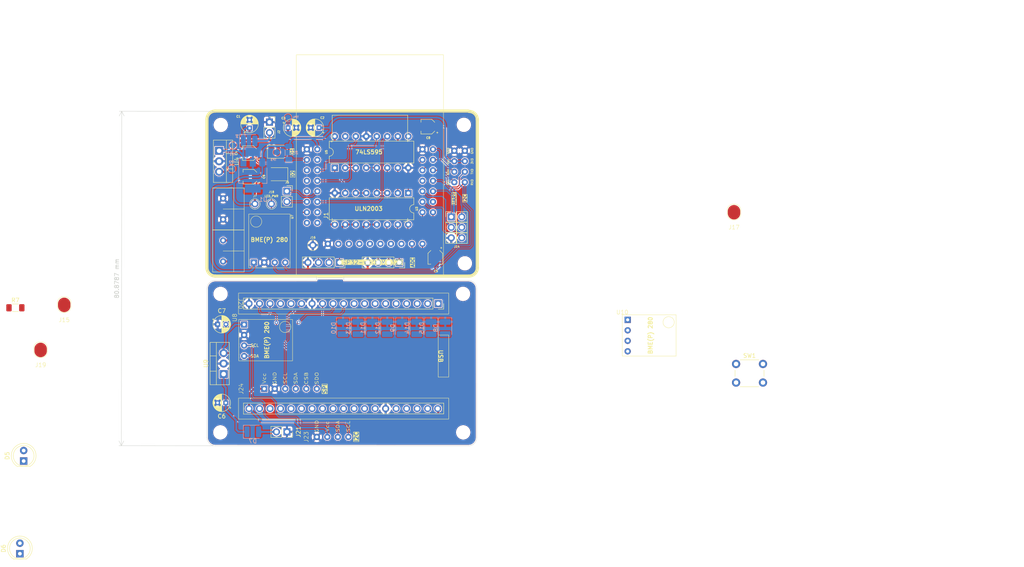
<source format=kicad_pcb>
(kicad_pcb (version 20240108) (generator "pcbnew") (generator_version "8.0")
  (layers (0 "F.Cu" signal) (31 "B.Cu" signal) (34 "B.Paste" user) (35 "F.Paste" user) (36 "B.SilkS" user "B.Silkscreen") (37 "F.SilkS" user "F.Silkscreen") (38 "B.Mask" user) (39 "F.Mask" user) (44 "Edge.Cuts" user))
  (net 0 "")
  (net 1 "GND")
  (net 2 "+3V3")
  (net 3 "+5V")
  (net 4 "/RXD")
  (net 5 "/TXD")
  (net 6 "/SDA")
  (net 7 "/GPIO_33")
  (net 8 "/SCL")
  (net 9 "/OUT3")
  (net 10 "/EN")
  (net 11 "/SOURCE2")
  (net 12 "/SOURCE1")
  (net 13 "/SOURCE3")
  (net 14 "/VDC")
  (net 15 "/DAC1")
  (net 16 "/DAC2")
  (net 17 "/GPIO39")
  (net 18 "/GPIO19")
  (net 19 "/GPIO17")
  (net 20 "/GPIO5")
  (net 21 "/GPIO18")
  (net 22 "/SD_DATA0")
  (net 23 "/ADC2_CH3")
  (net 24 "/SD_DATA3")
  (net 25 "/SD_CMD")
  (net 26 "/SD_CLK")
  (net 27 "/SD_DATA2")
  (net 28 "/SD_DATA1")
  (net 29 "/ADC2_CH0")
  (net 30 "/GPIO23")
  (net 31 "/GPIO36")
  (net 32 "/ADC2_CH2")
  (net 33 "/BOOT")
  (net 34 "/GPIO13")
  (net 35 "/SOURCE4")
  (net 36 "/SOURCE5")
  (net 37 "/SIPO_DATA")
  (net 38 "/SIPO_CLK")
  (net 40 "/SIPO_LATCH")
  (net 41 "/GPIO14")
  (net 43 "/I3")
  (net 44 "/I6")
  (net 45 "/I7")
  (net 46 "/I5")
  (net 47 "/OUT1")
  (net 48 "/VIN")
  (net 49 "/I1")
  (net 52 "Net-(D5-Pad1)")
  (net 53 "Net-(J15-Pin_1)")
  (net 54 "Net-(J19-Pin_1)")
  (net 55 "/OUT2")
  (net 67 "/RX")
  (net 72 "/TX")
  (net 83 "/SCL-2")
  (net 84 "/SDA-2")
  (net 85 "/QB-2")
  (net 86 "/QC-2")
  (net 87 "/QE-2")
  (net 88 "/QA-2")
  (net 89 "/QD-2")
  (net 90 "/QG-2")
  (net 91 "/QH-2")
  (net 92 "/QF-2")
  (net 93 "/SPI-SDO")
  (net 94 "/SPI-CSB")
  (net 95 "/SPI-SCL")
  (net 96 "/SPI-SDA")
  (net 97 "/D23")
  (net 98 "/D18")
  (footprint "Capacitor_THT:CP_Radial_D4.0mm_P2.00mm" (layer "F.Cu") (at 107 44.2 180)
    (property "Reference" "C2")
    (property "Value" "1uF")
  )
  (footprint "LED_SMD:LED_1210_3225Metric_Pad1.42x2.65mm_HandSolder" (layer "F.Cu") (at 97 55.45 180)
    (property "Reference" "D2")
    (property "Value" "STATUS")
  )
  (footprint "Capacitor_SMD:CP_Elec_3x5.3" (layer "F.Cu") (at 90.3 50.35 180)
    (property "Reference" "C4")
    (property "Value" "0.1uF")
  )
  (footprint "Resistor_SMD:R_1206_3216Metric_Pad1.30x1.75mm_HandSolder" (layer "F.Cu") (at 33.612 87.7585)
    (property "Reference" "R7")
    (property "Value" "4K7")
  )
  (footprint "LED_THT:LED_D5.0mm" (layer "F.Cu") (at 34.7 147.25 90)
    (property "Reference" "D6")
    (property "Value" "LED_STATUS")
  )
  (footprint "Button_Switch_THT:SW_PUSH_6mm" (layer "F.Cu") (at 207.8 101.35)
    (property "Reference" "SW1")
    (property "Value" "SW_Push")
  )
  (footprint "Alexander Footprint Library:Pad_1x01_P2.54_SMD" (layer "F.Cu") (at 39.712 102.098)
    (property "Reference" "J19")
    (property "Value" "LED_PWR")
  )
  (footprint "Alexanddr Footprints Library:ESP32-WROOM-Adapter-Socket-2" (layer "F.Cu") (at 119.3 57.04)
    (property "Reference" "J1")
    (property "Value" "~")
  )
  (footprint "Alexander Footprint Library:Pad_1x01_P2.54_SMD" (layer "F.Cu") (at 45.412 91.198)
    (property "Reference" "J15")
    (property "Value" "LED_PWR")
  )
  (footprint "MountingHole:MountingHole_3mm" (layer "F.Cu") (at 142 43.5)
    (property "Reference" "H1" (hide yes))
    (property "Value" "MountingHole_Pad")
  )
  (footprint "Connector_PinSocket_2.54mm:PinSocket_1x02_P2.54mm_Vertical" (layer "F.Cu") (at 99.25 117.775 -90)
    (property "Reference" "J21")
    (property "Value" "PWR")
  )
  (footprint "MountingHole:MountingHole_3mm" (layer "F.Cu") (at 83.25 43.53)
    (property "Reference" "H2" (hide yes))
    (property "Value" "MountingHole_Pad")
  )
  (footprint "Package_DIP:DIP-16_W7.62mm" (layer "F.Cu") (at 128.58 60 -90)
    (property "Reference" "U3")
    (property "Value" "ULN2003")
  )
  (footprint "Alexander Footprints Library:Conn_Terminal_5mm" (layer "F.Cu") (at 83.82 53.69)
    (property "Reference" "J9" (hide yes))
    (property "Value" "Conn_01x02_Socket")
  )
  (footprint "Alexander Footprint Library:Pad_1x01_P2.54_SMD" (layer "F.Cu") (at 207.3 68.7895)
    (property "Reference" "J17")
    (property "Value" "GND")
  )
  (footprint "MountingHole:MountingHole_3mm" (layer "F.Cu") (at 141.85 117.9)
    (property "Reference" "H4" (hide yes))
    (property "Value" "MountingHole_Pad")
  )
  (footprint "Capacitor_THT:CP_Radial_D4.0mm_P2.00mm" (layer "F.Cu") (at 82.5 91.75)
    (property "Reference" "C7")
    (property "Value" "1uF")
  )
  (footprint "Capacitor_SMD:CP_Elec_3x5.3" (layer "F.Cu") (at 90.4 56.05 180)
    (property "Reference" "C9")
    (property "Value" "0.1uF")
  )
  (footprint "Package_DIP:DIP-16_W7.62mm" (layer "F.Cu") (at 110.8 53.9 90)
    (property "Reference" "U5")
    (property "Value" "74LS595")
  )
  (footprint "Alexander Footprint Library:PinSocket_1x01_P2.54" (layer "F.Cu") (at 91.5 65.19)
    (property "Reference" "J7")
    (property "Value" "LED_PWR")
  )
  (footprint "Alexander Footprint Library:Conn_SPI" (layer "F.Cu") (at 88.68 107.35 90)
    (property "Reference" "J24")
    (property "Value" "~")
  )
  (footprint "Connector_PinSocket_2.54mm:PinSocket_1x02_P2.54mm_Vertical" (layer "F.Cu") (at 95.025 42.85)
    (property "Reference" "J2")
    (property "Value" "PWR")
  )
  (footprint "Connector_PinSocket_2.54mm:PinSocket_1x04_P2.54mm_Vertical" (layer "F.Cu") (at 111.94 76.8 -90)
    (property "Reference" "J6")
    (property "Value" "SOURCE")
  )
  (footprint "MountingHole:MountingHole_3mm" (layer "F.Cu") (at 83.15 117.9)
    (property "Reference" "H4" (hide yes))
    (property "Value" "MountingHole_Pad")
  )
  (footprint "Connector_PinSocket_2.54mm:PinSocket_1x04_P2.54mm_Vertical" (layer "F.Cu") (at 126.38 76.8 -90)
    (property "Reference" "J10" (hide yes))
    (property "Value" "ADC")
  )
  (footprint "Capacitor_SMD:CP_Elec_3x5.3" (layer "F.Cu") (at 135.1 75.45 -90)
    (property "Reference" "C5")
    (property "Value" "0.1uF")
  )
  (footprint "MountingHole:MountingHole_3mm" (layer "F.Cu") (at 141.8 84.4)
    (property "Reference" "H4" (hide yes))
    (property "Value" "MountingHole_Pad")
  )
  (footprint "Capacitor_THT:CP_Radial_D4.0mm_P2.00mm" (layer "F.Cu") (at 99.5 44.2)
    (property "Reference" "C3")
    (property "Value" "1uF")
  )
  (footprint "Alexander Footprint Library:Conn_ESP32_WROOM-DevKit-38pins" (layer "F.Cu") (at 87.54 86.75 -90)
    (property "Reference" "J20")
    (property "Value" "~")
  )
  (footprint "Capacitor_SMD:CP_Elec_3x5.3" (layer "F.Cu") (at 133.4 43.95 180)
    (property "Reference" "C8")
    (property "Value" "10uF")
  )
  (footprint "Alexander Footprint Library:LD1117" (layer "F.Cu") (at 83.945 103.79 90)
    (property "Reference" "U9")
    (property "Value" "L7805")
  )
  (footprint "Alexander Footprint Library:PinSocket_1x01_P2.54" (layer "F.Cu") (at 95.5 65.19)
    (property "Reference" "J18")
    (property "Value" "LED_PWR")
  )
  (footprint "Alexander Footprint Library:Conn_I2C" (layer "F.Cu") (at 98.84 119 90)
    (property "Reference" "J23")
    (property "Value" "I2C")
  )
  (footprint "Capacitor_THT:CP_Radial_D4.0mm_P2.00mm" (layer "F.Cu") (at 84.4726 110.75 180)
    (property "Reference" "C6")
    (property "Value" "1uF")
  )
  (footprint "Alexander Footprint Library:BME280_BMP280_I2C" (layer "F.Cu") (at 180.3 89.45)
    (property "Reference" "U10")
    (property "Value" "BME(P)280")
  )
  (footprint "MountingHole:MountingHole_3mm" (layer "F.Cu") (at 83.2 84.4)
    (property "Reference" "H4" (hide yes))
    (property "Value" "MountingHole_Pad")
  )
  (footprint "Connector_PinSocket_2.54mm:PinSocket_1x02_P2.54mm_Vertical" (layer "F.Cu") (at 99.225 59.55)
    (property "Reference" "J5")
    (property "Value" "DAC")
  )
  (footprint "Alexander Footprint Library:CONN_2x3" (layer "F.Cu") (at 138.96 60.68)
    (property "Reference" "J14")
    (property "Value" "GPIO")
  )
  (footprint "Alexander Footprints Library:Conn_UART" (layer "F.Cu") (at 139.7 42.15)
    (property "Reference" "J3" (hide yes))
    (property "Value" "UART")
  )
  (footprint "Alexander Footprint Library:PinSocket_1x01_P2.54" (layer "F.Cu") (at 105.5 75.19)
    (property "Reference" "J16")
    (property "Value" "GND")
  )
  (footprint "Capacitor_THT:CP_Radial_D4.0mm_P2.00mm" (layer "F.Cu") (at 90.2 44.3 90)
    (property "Reference" "C1")
    (property "Value" "1uF")
  )
  (footprint "Alexander Footprint Library:BME280_BMP280_I2C" (layer "F.Cu") (at 90 78.1 90)
    (property "Reference" "U7")
    (property "Value" "BME(P)280")
  )
  (footprint "Alexander Footprint Library:LD1117" (layer "F.Cu") (at 82.855 49.77 -90)
    (property "Reference" "U4")
    (property "Value" "L7805")
  )
  (footprint "Alexander Footprints Library:Conn_I2C" (layer "F.Cu") (at 142.24 42.15)
    (property "Reference" "J4" (hide yes))
    (property "Value" "I2C")
  )
  (footprint "LED_THT:LED_D5.0mm" (layer "F.Cu") (at 35.612 124.8335 90)
    (property "Reference" "D5")
    (property "Value" "LED_PWR")
  )
  (footprint "Alexander Footprint Library:BME280_BMP280_I2C" (layer "F.Cu") (at 87.6 90.59)
    (property "Reference" "U8")
    (property "Value" "BME(P)280")
  )
  (footprint "LED_SMD:LED_1210_3225Metric_Pad1.42x2.65mm_HandSolder" (layer "F.Cu") (at 97 50)
    (property "Reference" "D1")
    (property "Value" "PWR")
  )
  (footprint "MountingHole:MountingHole_3mm" (layer "F.Cu") (at 142.25 77)
    (property "Reference" "H4" (hide yes))
    (property "Value" "MountingHole_Pad")
  )
  (footprint "Alexander Footprints Library:Conn_Terminal_5mm" (layer "F.Cu") (at 83.82 63.85)
    (property "Reference" "J8" (hide yes))
    (property "Value" "Conn_01x02_Socket")
  )
  (footprint "TestPoint:TestPoint_Pad_D1.5mm" (layer "B.Cu") (at 99.5 41.75 180)
    (property "Reference" "TP4")
    (property "Value" "5V")
  )
  (footprint "LED_SMD:LED_1210_3225Metric_Pad1.42x2.65mm_HandSolder" (layer "B.Cu") (at 127.1 92.65 -90)
    (property "Reference" "D9")
    (property "Value" "PWR")
  )
  (footprint "TestPoint:TestPoint_Pad_D1.5mm" (layer "B.Cu") (at 96.8 50.15 180)
    (property "Reference" "TP3")
    (property "Value" "3V3")
  )
  (footprint "LED_SMD:LED_1210_3225Metric_Pad1.42x2.65mm_HandSolder" (layer "B.Cu") (at 119.9 92.65 -90)
    (property "Reference" "D11")
    (property "Value" "PWR")
  )
  (footprint "Diode_SMD:D_1210_3225Metric" (layer "B.Cu") (at 91 117.75)
    (property "Reference" "D7")
    (property "Value" "D")
  )
  (footprint "LED_SMD:LED_1210_3225Metric_Pad1.42x2.65mm_HandSolder" (layer "B.Cu") (at 134.1 92.65 -90)
    (property "Reference" "D15")
    (property "Value" "PWR")
  )
  (footprint "Resistor_SMD:R_1206_3216Metric_Pad1.30x1.75mm_HandSolder" (layer "B.Cu") (at 99.7 50.25 -90)
    (property "Reference" "R1")
    (property "Value" "10K")
  )
  (footprint "Diode_SMD:D_1210_3225Metric" (layer "B.Cu") (at 90.1 47.4)
    (property "Reference" "D4")
    (property "Value" "D")
  )
  (footprint "LED_SMD:LED_1210_3225Metric_Pad1.42x2.65mm_HandSolder" (layer "B.Cu") (at 130.6 92.65 -90)
    (property "Reference" "D14")
    (property "Value" "PWR")
  )
  (footprint "TestPoint:TestPoint_Pad_D1.5mm" (layer "B.Cu") (at 86.2 48.45 180)
    (property "Reference" "TP1")
    (property "Value" "VIN")
  )
  (footprint "LED_SMD:LED_1210_3225Metric_Pad1.42x2.65mm_HandSolder" (layer "B.Cu") (at 123.5 92.65 -90)
    (property "Reference" "D12")
    (property "Value" "PWR")
  )
  (footprint "TestPoint:TestPoint_Pad_D1.5mm" (layer "B.Cu") (at 85.9 54.15 180)
    (property "Reference" "TP2")
    (property "Value" "GND")
  )
  (footprint "LED_SMD:LED_1210_3225Metric_Pad1.42x2.65mm_HandSolder" (layer "B.Cu") (at 116.4 92.65 -90)
    (property "Reference" "D13")
    (property "Value" "PWR")
  )
  (footprint "LED_SMD:LED_1210_3225Metric_Pad1.42x2.65mm_HandSolder" (layer "B.Cu") (at 112.8 92.65 -90)
    (property "Reference" "D10")
    (property "Value" "PWR")
  )
  (footprint "Package_TO_SOT_SMD:SOT-223-3_TabPin2" (layer "B.Cu") (at 91 55.75 -90)
    (property "Reference" "U1")
    (property "Value" "MAX1726EUK33")
  )
  (footprint "LED_SMD:LED_1210_3225Metric_Pad1.42x2.65mm_HandSolder" (layer "B.Cu") (at 137.5 92.65 -90)
    (property "Reference" "D8")
    (property "Value" "PWR")
  )
  (gr_line (start 145.25 42.11421) (end 145.25 78.085782) (stroke (width 0.75)) (layer "F.SilkS"))
  (gr_line (start 81.914218 40.164218) (end 143.08579 40.164218) (stroke (width 0.75)) (layer "F.SilkS"))
  (gr_arc (start 145.25 78.085782) (mid 144.66422 79.500007) (end 143.25 80.085782) (stroke (width 0.75)) (layer "F.SilkS"))
  (gr_line (start 79.914218 42.11421) (end 79.914218 78.085782) (stroke (width 0.75)) (layer "F.SilkS"))
  (gr_arc (start 81.914218 80.085782) (mid 80.499999 79.500001) (end 79.914218 78.085782) (stroke (width 0.75)) (layer "F.SilkS"))
  (gr_arc (start 143.25 40.25) (mid 144.664214 40.835786) (end 145.25 42.25) (stroke (width 0.75)) (layer "F.SilkS"))
  (gr_arc (start 79.914218 42.164218) (mid 80.499999 40.749999) (end 81.914218 40.164218) (stroke (width 0.75)) (layer "F.SilkS"))
  (gr_line (start 81.914214 80.085782) (end 143.085786 80.085782) (stroke (width 0.75)) (layer "F.SilkS"))
  (gr_line (start 82.014214 80.235786) (end 106.4 80.25) (stroke (width 0.1)) (layer "Edge.Cuts"))
  (gr_line (start 80 42.25) (end 80.014214 78.235786) (stroke (width 0.1)) (layer "Edge.Cuts"))
  (gr_arc (start 79.921321 83.157107) (mid 80.507106 81.742896) (end 81.921321 81.157107) (stroke (width 0.1)) (layer "Edge.Cuts"))
  (gr_line (start 81.921321 121.128679) (end 143.107107 121.142893) (stroke (width 0.1)) (layer "Edge.Cuts"))
  (gr_arc (start 81.921321 121.128679) (mid 80.507101 120.542899) (end 79.921321 119.128679) (stroke (width 0.1)) (layer "Edge.Cuts"))
  (gr_line (start 143.092893 81.157107) (end 113 81.15) (stroke (width 0.1)) (layer "Edge.Cuts"))
  (gr_arc (start 145.107107 119.142893) (mid 144.521321 120.557107) (end 143.107107 121.142893) (stroke (width 0.1)) (layer "Edge.Cuts"))
  (gr_line (start 106.4 81.15) (end 81.921321 81.157107) (stroke (width 0.1)) (layer "Edge.Cuts"))
  (gr_arc (start 143.185786 40.264214) (mid 144.600004 40.849996) (end 145.185786 42.264214) (stroke (width 0.1)) (layer "Edge.Cuts"))
  (gr_line (start 113 80.25) (end 143.185786 80.235786) (stroke (width 0.1)) (layer "Edge.Cuts"))
  (gr_arc (start 82.014214 80.235786) (mid 80.599996 79.650004) (end 80.014214 78.235786) (stroke (width 0.1)) (layer "Edge.Cuts"))
  (gr_line (start 145.185786 42.264214) (end 145.185786 78.235786) (stroke (width 0.1)) (layer "Edge.Cuts"))
  (gr_arc (start 80 42.25) (mid 80.585786 40.835786) (end 82 40.25) (stroke (width 0.1)) (layer "Edge.Cuts"))
  (gr_line (start 145.107107 119.142893) (end 145.092893 83.157107) (stroke (width 0.1)) (layer "Edge.Cuts"))
  (gr_line (start 79.921321 119.128679) (end 79.921321 83.157107) (stroke (width 0.1)) (layer "Edge.Cuts"))
  (gr_line (start 106.4 81.15) (end 106.4 80.25) (stroke (width 0.1)) (layer "Edge.Cuts"))
  (gr_arc (start 145.185786 78.235786) (mid 144.600004 79.650004) (end 143.185786 80.235786) (stroke (width 0.1)) (layer "Edge.Cuts"))
  (gr_arc (start 143.092893 81.157107) (mid 144.507112 81.742888) (end 145.092893 83.157107) (stroke (width 0.1)) (layer "Edge.Cuts"))
  (gr_line (start 113 81.15) (end 113 80.25) (stroke (width 0.1)) (layer "Edge.Cuts"))
  (gr_line (start 143.185786 40.264214) (end 82 40.25) (stroke (width 0.1)) (layer "Edge.Cuts"))
  (gr_text "SCL" (at 90.4 96.85 0) (layer "F.SilkS") (effects (font (size 0.7 0.7) (thickness 0.125) (bold yes)) (justify left)))
  (gr_text "ADC" (at 130.1 78.05 90) (layer "F.SilkS" knockout) (effects (font (size 0.8 0.8) (thickness 0.2) (bold yes)) (justify left bottom)))
  (gr_text "SDA" (at 90.4 99.45 0) (layer "F.SilkS") (effects (font (size 0.7 0.7) (thickness 0.125) (bold yes)) (justify left)))
  (gr_text "74LS595" (at 119.057143 50.1 0) (layer "F.SilkS") (effects (font (size 1 1) (thickness 0.2) (bold yes))))
  (gr_text "ULN2003" (at 115.5 64.374 0) (layer "F.SilkS") (effects (font (size 1 1) (thickness 0.2) (bold yes)) (justify left bottom)))
  (dimension (type aligned) (layer "Edge.Cuts") (pts (xy 81.921321 121.128679) (xy 82 40.25)) (height -22.6907) (gr_text "80.8787 mm" (at 58.119973 80.666146 89.94426182) (layer "Edge.Cuts") (effects (font (size 1 1) (thickness 0.15)))) (format (prefix "") (suffix "") (units 3) (units_format 1) (precision 4)) (style (thickness 0.1) (arrow_length 1.27) (text_position_mode 0) (extension_height 0.58642) (extension_offset 0.5) keep_text_aligned))
  (segment (start 84.21 66) (end 83.82 66.39) (width 0.5) (layer "F.Cu") (net 1))
  (segment (start 91.5 59.65) (end 91.9 59.25) (width 0.5) (layer "F.Cu") (net 2))
  (segment (start 90.08 108.57) (end 90.08 112.15) (width 0.5) (layer "F.Cu") (net 2))
  (segment (start 139.7 52.31) (end 138.56 52.31) (width 0.25) (layer "F.Cu") (net 2))
  (segment (start 91.3 107.35) (end 90.08 108.57) (width 0.5) (layer "F.Cu") (net 2))
  (segment (start 91.9 59.25) (end 91.9 56.05) (width 0.5) (layer "F.Cu") (net 2))
  (segment (start 137.2 43.95) (end 134.9 43.95) (width 0.25) (layer "F.Cu") (net 2))
  (segment (start 138.56 52.31) (end 137.6 51.35) (width 0.25) (layer "F.Cu") (net 2))
  (segment (start 93.76 107.35) (end 91.3 107.35) (width 0.5) (layer "F.Cu") (net 2))
  (segment (start 91.5 62.62) (end 91.5 59.65) (width 0.5) (layer "F.Cu") (net 2))
  (segment (start 137.6 51.35) (end 137.6 44.35) (width 0.25) (layer "F.Cu") (net 2))
  (segment (start 137.6 44.35) (end 137.2 43.95) (width 0.25) (layer "F.Cu") (net 2))
  (segment (start 96.075 48.7) (end 97.525 48.7) (width 0.5) (layer "B.Cu") (net 2))
  (segment (start 109.408578 44.2) (end 107 44.2) (width 0.5) (layer "B.Cu") (net 2))
  (segment (start 93.21 115.25) (end 101 115.25) (width 0.5) (layer "B.Cu") (net 2))
  (segment (start 81.3 75.997918) (end 81.3 59.75104) (width 0.5) (layer "B.Cu") (net 2))
  (segment (start 93.3 54.905025) (end 93.3 52.6) (width 0.5) (layer "B.Cu") (net 2))
  (segment (start 100 48.7) (end 100 48.03033) (width 0.5) (layer "B.Cu") (net 2))
  (segment (start 139.13 52.31) (end 139.7 52.31) (width 0.5) (layer "B.Cu") (net 2))
  (segment (start 138.156949 51.906949) (end 138.03 51.78) (width 0.5) (layer "B.Cu") (net 2))
  (segment (start 109 117.5) (end 109 119) (width 0.5) (layer "B.Cu") (net 2))
  (segment (start 106.6 48.627817) (end 106.6 49.299791) (width 0.5) (layer "B.Cu") (net 2))
  (segment (start 84.202081 78.9) (end 89.990883 78.9) (width 0.5) (layer "B.Cu") (net 2))
  (segment (start 109.75 45) (end 109.75 44.141421) (width 0.5) (layer "B.Cu") (net 2))
  (segment (start 109.75 43.858578) (end 109.75 44.141421) (width 0.5) (layer "B.Cu") (net 2))
  (segment (start 104.722182 46.75) (end 106.277817 46.75) (width 0.5) (layer "B.Cu") (net 2))
  (segment (start 139.7 52.31) (end 142.24 52.31) (width 0.5) (layer "B.Cu") (net 2))
  (segment (start 137.5 50.500466) (end 137.5 43.883883) (width 0.5) (layer "B.Cu") (net 2))
  (segment (start 88.207106 62.75) (end 91.5 62.75) (width 0.5) (layer "B.Cu") (net 2))
  (segment (start 86.5 61.042893) (end 86.5 57.5) (width 0.5) (layer "B.Cu") (net 2))
  (segment (start 106.277817 46.75) (end 108 46.75) (width 0.5) (layer "B.Cu") (net 2))
  (segment (start 101 115.25) (end 102.5 116.75) (width 0.5) (layer "B.Cu") (net 2))
  (segment (start 91.22 77.670883) (end 91.22 76.8) (width 0.5) (layer "B.Cu") (net 2))
  (segment (start 89.455634 56.1) (end 92.105025 56.1) (width 0.5) (layer "B.Cu") (net 2))
  (segment (start 96.075 48.7) (end 95.177817 48.7) (width 0.5) (layer "B.Cu") (net 2))
  (segment (start 90.11 112.15) (end 93.21 115.25) (width 0.5) (layer "B.Cu") (net 2))
  (segment (start 108.25 116.75) (end 109 117.5) (width 0.5) (layer "B.Cu") (net 2))
  (segment (start 104.722182 46.75) (end 101.28033 46.75) (width 0.5) (layer "B.Cu") (net 2))
  (segment (start 108 46.75) (end 109.75 45) (width 0.5) (layer "B.Cu") (net 2))
  (segment (start 96.8 49.425) (end 96.8 50.15) (width 0.25) (layer "B.Cu") (net 2))
  (segment (start 109.75 43.625) (end 109.75 43.858578) (width 0.5) (layer "B.Cu") (net 2))
  (segment (start 110.015165 42.984834) (end 110.5 42.5) (width 0.5) (layer "B.Cu") (net 2))
  (segment (start 93.3 52.6) (end 93.3 50.577817) (width 0.5) (layer "B.Cu") (net 2))
  (segment (start 82.75104 58.3) (end 84.144365 58.3) (width 0.5) (layer "B.Cu") (net 2))
  (segment (start 106.685 49.335) (end 106.77 49.25) (width 0.5) (layer "B.Cu") (net 2))
  (segment (start 102.5 116.75) (end 108.25 116.75) (width 0.5) (layer "B.Cu") (net 2))
  (segment (start 112.31066 41.75) (end 135.366116 41.75) (width 0.5) (layer "B.Cu") (net 2))
  (segment (start 100 48.7) (end 97.525 48.7) (width 0.5) (layer "B.Cu") (net 2))
  (arc (start 136.875 42.375) (mid 137.337567 43.067281) (end 137.5 43.883883) (width 0.5) (layer "B.Cu") (net 2))
  (arc (start 137.5 50.500466) (mid 137.637742 51.192944) (end 138.03 51.78) (width 0.5) (layer "B.Cu") (net 2))
  (arc (start 93.3 54.905025) (mid 93.209037 55.362322) (end 92.95 55.75) (width 0.5) (layer "B.Cu") (net 2))
  (arc (start 86.8 57.2) (mid 85.581584 58.014119) (end 84.144365 58.3) (width 0.5) (layer "B.Cu") (net 2))
  (arc (start 106.6 49.299791) (mid 106.630737 49.345793) (end 106.685 49.335) (width 0.5) (layer "B.Cu") (net 2))
  (arc (start 89.455634 56.1) (mid 88.018415 56.38588) (end 86.8 57.2) (width 0.5) (layer "B.Cu") (net 2))
  (arc (start 86.5 61.042893) (mid 86.629945 61.696174) (end 87 62.25) (width 0.5) (layer "B.Cu") (net 2))
  (arc (start 82.75104 58.3) (mid 82.195751 58.410453) (end 81.725 58.725) (width 0.5) (layer "B.Cu") (net 2))
  (arc (start 92.95 55.75) (mid 92.562322 56.009037) (end 92.105025 56.1) (width 0.5) (layer "B.Cu") (net 2))
  (arc (start 95.177817 48.7) (mid 94.459207 48.84294) (end 93.85 49.25) (width 0.5) (layer "B.Cu") (net 2))
  (arc (start 96.8 49.425) (mid 96.587652 48.912347) (end 96.075 48.7) (width 0.25) (layer "B.Cu") (net 2))
  (arc (start 82.15 78.05) (mid 83.091502 78.679092) (end 84.202081 78.9) (width 0.5) (layer "B.Cu") (net 2))
  (arc (start 110.015165 42.984834) (mid 109.818914 43.278544) (end 109.75 43.625) (width 0.5) (layer "B.Cu") (net 2))
  (arc (start 109.75 44.141421) (mid 109.713838 44.087301) (end 109.65 44.1) (width 0.5) (layer "B.Cu") (net 2))
  (arc (start 136.875 42.375) (mid 136.182718 41.912432) (end 135.366116 41.75) (width 0.5) (layer "B.Cu") (net 2))
  (arc (start 93.85 49.25) (mid 93.44294 49.859207) (end 93.3 50.577817) (width 0.5) (layer "B.Cu") (net 2))
  (arc (start 90.86 78.54) (mid 90.461245 78.806439) (end 89.990883 78.9) (width 0.5) (layer "B.Cu") (net 2))
  (arc (start 109.65 44.1) (mid 109.539234 44.17401) (end 109.408578 44.2) (width 0.5) (layer "B.Cu") (net 2))
  (arc (start 87 62.25) (mid 87.553825 62.620054) (end 88.207106 62.75) (width 0.5) (layer "B.Cu") (net 2))
  (arc (start 81.725 58.725) (mid 81.410453 59.195751) (end 81.3 59.75104) (width 0.5) (layer "B.Cu") (net 2))
  (arc (start 106.05 47.3) (mid 105.440792 46.89294) (end 104.722182 46.75) (width 0.5) (layer "B.Cu") (net 2))
  (arc (start 138.156949 51.906949) (mid 138.603388 52.20525) (end 139.13 52.31) (width 0.5) (layer "B.Cu") (net 2))
  (arc (start 101.28033 46.75) (mid 100.790368 46.847459) (end 100.375 47.125) (width 0.5) (layer "B.Cu") (net 2))
  (arc (start 106.05 47.3) (mid 106.457059 47.909207) (end 106.6 48.627817) (width 0.5) (layer "B.Cu") (net 2))
  (arc (start 106.277817 46.75) (mid 105.980159 46.948888) (end 106.05 47.3) (width 0.5) (layer "B.Cu") (net 2))
  (arc (start 91.22 77.670883) (mid 91.126439 78.141245) (end 90.86 78.54) (width 0.5) (layer "B.Cu") (net 2))
  (arc (start 109.65 44.1) (mid 109.72401 43.989234) (end 109.75 43.858578) (width 0.5) (layer "B.Cu") (net 2))
  (arc (start 112.31066 41.75) (mid 111.330737 41.944918) (end 110.5 42.5) (width 0.5) (layer "B.Cu") (net 2))
  (arc (start 100.375 47.125) (mid 100.097459 47.540368) (end 100 48.03033) (width 0.5) (layer "B.Cu") (net 2))
  (arc (start 81.3 75.997918) (mid 81.520907 77.108496) (end 82.15 78.05) (width 0.5) (layer "B.Cu") (net 2))
  (segment (start 99.5 45.693413) (end 99.5 44.2) (width 0.5) (layer "F.Cu") (net 3))
  (segment (start 87.75 115.25) (end 135.25 115.25) (width 0.5) (layer "F.Cu") (net 3))
  (segment (start 98.6375 46.9625) (end 99.2125 46.3875) (width 0.5) (layer "F.Cu") (net 3))
  (segment (start 83.945 98.71) (end 86.21 98.71) (width 0.5) (layer "F.Cu") (net 3))
  (segment (start 86.75 99.25) (end 86.75 100) (width 0.5) (layer "F.Cu") (net 3))
  (segment (start 126.04 46.28) (end 126.04 48.251906) (width 0.5) (layer "F.Cu") (net 3))
  (segment (start 108.3 49.803553) (end 108.3 65.537329) (width 0.5) (layer "F.Cu") (net 3))
  (segment (start 108.3 49.803553) (end 108.3 49.096446) (width 0.5) (layer "F.Cu") (net 3))
  (segment (start 135.81 114.69) (end 135.81 112.15) (width 0.5) (layer "F.Cu") (net 3))
  (segment (start 110.8 46.28) (end 110.8 48.15) (width 0.5) (layer "F.Cu") (net 3))
  (segment (start 86.75 114.25) (end 87.75 115.25) (width 0.5) (layer "F.Cu") (net 3))
  (segment (start 86.75 100) (end 86.75 114.25) (width 0.5) (layer "F.Cu") (net 3))
  (segment (start 110.8 48.15) (end 110 48.95) (width 0.5) (layer "F.Cu") (net 3))
  (segment (start 88.1 47.25) (end 97.943413 47.25) (width 0.5) (layer "F.Cu") (net 3))
  (segment (start 84.9 54.85) (end 85.4 54.35) (width 0.5) (layer "F.Cu") (net 3))
  (segment (start 126.04 48.251906) (end 125.341906 48.95) (width 0.5) (layer "F.Cu") (net 3))
  (segment (start 85.4 54.35) (end 85.4 49.95) (width 0.5) (layer "F.Cu") (net 3))
  (segment (start 107.608621 46.675) (end 99.331586 46.675) (width 0.5) (layer "F.Cu") (net 3))
  (segment (start 110 48.95) (end 109.153553 48.95) (width 0.5) (layer "F.Cu") (net 3))
  (segment (start 86.21 98.71) (end 86.75 99.25) (width 0.5) (layer "F.Cu") (net 3))
  (segment (start 108.3 49.096446) (end 108.3 47.366378) (width 0.5) (layer "F.Cu") (net 3))
  (segment (start 109.104574 67.204574) (end 108.91 67.01) (width 0.5) (layer "F.Cu") (net 3))
  (segment (start 110.8 46.355) (end 110.725 46.28) (width 0.5) (layer "F.Cu") (net 3))
  (segment (start 135.25 115.25) (end 135.81 114.69) (width 0.5) (layer "F.Cu") (net 3))
  (segment (start 110.1075 67.62) (end 110.695 67.62) (width 0.5) (layer "F.Cu") (net 3))
  (segment (start 82.855 54.85) (end 84.9 54.85) (width 0.5) (layer "F.Cu") (net 3))
  (segment (start 85.4 49.95) (end 88.1 47.25) (width 0.5) (layer "F.Cu") (net 3))
  (segment (start 125.341906 48.95) (end 110 48.95) (width 0.5) (layer "F.Cu") (net 3))
  (arc (start 108.0975 46.8775) (mid 108.247371 47.101799) (end 108.3 47.366378) (width 0.5) (layer "F.Cu") (net 3))
  (arc (start 108.3 65.537329) (mid 108.458533 66.334332) (end 108.91 67.01) (width 0.5) (layer "F.Cu") (net 3))
  (arc (start 97.943413 47.25) (mid 98.31905 47.175281) (end 98.6375 46.9625) (width 0.5) (layer "F.Cu") (net 3))
  (arc (start 99.2125 46.3875) (mid 99.175992 46.571035) (end 99.331586 46.675) (width 0.5) (layer "F.Cu") (net 3))
  (arc (start 108.0975 46.8775) (mid 107.8732 46.727628) (end 107.608621 46.675) (width 0.5) (layer "F.Cu") (net 3))
  (arc (start 109.104574 67.204574) (mid 109.56472 67.512034) (end 110.1075 67.62) (width 0.5) (layer "F.Cu") (net 3))
  (arc (start 108.55 49.2) (mid 108.364972 49.476912) (end 108.3 49.803553) (width 0.5) (layer "F.Cu") (net 3))
  (arc (start 108.3 49.096446) (mid 108.390403 49.231745) (end 108.55 49.2) (width 0.5) (layer "F.Cu") (net 3))
  (arc (start 99.331586 46.675) (mid 98.955949 46.749718) (end 98.6375 46.9625) (width 0.5) (layer "F.Cu") (net 3))
  (arc (start 109.153553 48.95) (mid 108.826912 49.014972) (end 108.55 49.2) (width 0.5) (layer "F.Cu") (net 3))
  (arc (start 99.5 45.693413) (mid 99.425281 46.06905) (end 99.2125 46.3875) (width 0.5) (layer "F.Cu") (net 3))
  (segment (start 83.945 97.305) (end 84.5 96.75) (width 0.5) (layer "B.Cu") (net 3))
  (segment (start 84.5 94.05) (end 84.5 91.75) (width 0.5) (layer "B.Cu") (net 3))
  (segment (start 88.9 91.81) (end 86.74 91.81) (width 0.5) (layer "B.Cu") (net 3))
  (segment (start 83.945 98.71) (end 83.945 97.305) (width 0.5) (layer "B.Cu") (net 3))
  (segment (start 86.74 91.81) (end 84.5 94.05) (width 0.5) (layer "B.Cu") (net 3))
  (segment (start 84.5 96.75) (end 84.5 94.05) (width 0.5) (layer "B.Cu") (net 3))
  (segment (start 99.5 42.25) (end 99.5 44.2) (width 0.25) (layer "B.Cu") (net 3))
  (segment (start 139.7 57.35) (end 139.7 57.39) (width 0.25) (layer "F.Cu") (net 4))
  (segment (start 133.25 53.25) (end 135.6 53.25) (width 0.25) (layer "F.Cu") (net 4))
  (segment (start 135.6 53.25) (end 139.7 57.35) (width 0.25) (layer "F.Cu") (net 4))
  (segment (start 132 54.5) (end 133.25 53.25) (width 0.25) (layer "F.Cu") (net 4))
  (segment (start 140.3 57.45) (end 139.3 57.45) (width 0.25) (layer "F.Cu") (net 4))
  (segment (start 136.61 51.96) (end 134.54 51.96) (width 0.25) (layer "F.Cu") (net 5))
  (segment (start 134.74 51.79) (end 134.62 51.91) (width 0.25) (layer "F.Cu") (net 5))
  (segment (start 139.5 54.85) (end 136.61 51.96) (width 0.25) (layer "F.Cu") (net 5))
  (segment (start 139.7 54.85) (end 139.5 54.85) (width 0.25) (layer "F.Cu") (net 5))
  (segment (start 138.59 58.55) (end 140.4 58.55) (width 0.25) (layer "F.Cu") (net 6))
  (segment (start 136.213604 54.5) (end 138 56.286396) (width 0.25) (layer "F.Cu") (net 6))
  (segment (start 138 57.96) (end 138.59 58.55) (width 0.25) (layer "F.Cu") (net 6))
  (segment (start 140.9 56.19) (end 142.24 54.85) (width 0.25) (layer "F.Cu") (net 6))
  (segment (start 140.9 58.05) (end 140.9 56.19) (width 0.25) (layer "F.Cu") (net 6))
  (segment (start 134.54 54.5) (end 136.213604 54.5) (width 0.25) (layer "F.Cu") (net 6))
  (segment (start 138 56.286396) (end 138 57.96) (width 0.25) (layer "F.Cu") (net 6))
  (segment (start 142.24 54.85) (end 142.24 55.51) (width 0.25) (layer "F.Cu") (net 6))
  (segment (start 140.4 58.55) (end 140.9 58.05) (width 0.25) (layer "F.Cu") (net 6))
  (segment (start 141.79 58.74) (end 141 57.95) (width 0.25) (layer "B.Cu") (net 6))
  (segment (start 140.418198 72.781802) (end 143.281802 72.781802) (width 0.25) (layer "B.Cu") (net 6))
  (segment (start 98.84 76.8) (end 98.84 78.09) (width 0.25) (layer "B.Cu") (net 6))
  (segment (start 143.55 64.45) (end 141.79 62.69) (width 0.25) (layer "B.Cu") (net 6))
  (segment (start 134.55 78.65) (end 140.418198 72.781802) (width 0.25) (layer "B.Cu") (net 6))
  (segment (start 141.79 62.69) (end 141.79 58.74) (width 0.25) (layer "B.Cu") (net 6))
  (segment (start 141 56.09) (end 142.24 54.85) (width 0.25) (layer "B.Cu") (net 6))
  (segment (start 98.84 78.09) (end 99.4 78.65) (width 0.25) (layer "B.Cu") (net 6))
  (segment (start 99.4 78.65) (end 134.55 78.65) (width 0.25) (layer "B.Cu") (net 6))
  (segment (start 143.281802 72.781802) (end 143.55 72.513604) (width 0.25) (layer "B.Cu") (net 6))
  (segment (start 143.55 72.513604) (end 143.55 64.45) (width 0.25) (layer "B.Cu") (net 6))
  (segment (start 141 57.95) (end 141 56.09) (width 0.25) (layer "B.Cu") (net 6))
  (segment (start 103.97 59.53) (end 104.14 59.53) (width 0.25) (layer "F.Cu") (net 7))
  (segment (start 137.55 58.146396) (end 138.403604 59) (width 0.25) (layer "F.Cu") (net 8))
  (segment (start 131.5 55.75) (end 136.75 55.75) (width 0.25) (layer "F.Cu") (net 8))
  (segment (start 140.63 59) (end 142.24 57.39) (width 0.25) (layer "F.Cu") (net 8))
  (segment (start 136.75 55.75) (end 137.55 56.55) (width 0.25) (layer "F.Cu") (net 8))
  (segment (start 137.55 56.55) (end 137.55 58.146396) (width 0.25) (layer "F.Cu") (net 8))
  (segment (start 130.745 54.995) (end 131.5 55.75) (width 0.25) (layer "F.Cu") (net 8))
  (segment (start 130.745 53.245) (end 130.745 54.995) (width 0.25) (layer "F.Cu") (net 8))
  (segment (start 132.08 51.91) (end 130.745 53.245) (width 0.25) (layer "F.Cu") (net 8))
  (segment (start 138.403604 59) (end 140.63 59) (width 0.25) (layer "F.Cu") (net 8))
  (segment (start 143.4 73.3) (end 144 72.7) (width 0.25) (layer "B.Cu") (net 8))
  (segment (start 96.95 79.1) (end 134.8 79.1) (width 0.25) (layer "B.Cu") (net 8))
  (segment (start 96.3 76.8) (end 96.3 78.45) (width 0.25) (layer "B.Cu") (net 8))
  (segment (start 144 72.7) (end 144 64.263604) (width 0.25) (layer "B.Cu") (net 8))
  (segment (start 142.24 62.503604) (end 142.24 57.39) (width 0.25) (layer "B.Cu") (net 8))
  (segment (start 96.3 78.45) (end 96.95 79.1) (width 0.25) (layer "B.Cu") (net 8))
  (segment (start 134.8 79.1) (end 140.6 73.3) (width 0.25) (layer "B.Cu") (net 8))
  (segment (start 144 64.263604) (end 142.24 62.503604) (width 0.25) (layer "B.Cu") (net 8))
  (segment (start 140.6 73.3) (end 143.4 73.3) (width 0.25) (layer "B.Cu") (net 8))
  (segment (start 103.27 52.75) (end 104.06 51.96) (width 0.25) (layer "F.Cu") (net 10))
  (segment (start 91.8 52.25) (end 92.3 52.75) (width 0.25) (layer "F.Cu") (net 10))
  (segment (start 92.3 52.75) (end 103.27 52.75) (width 0.25) (layer "F.Cu") (net 10))
  (segment (start 103.72 52.3) (end 104.06 51.96) (width 0.25) (layer "F.Cu") (net 10))
  (segment (start 91.8 50.35) (end 91.8 52.25) (width 0.25) (layer "F.Cu") (net 10))
  (segment (start 100 51.8) (end 103.9 51.8) (width 0.25) (layer "B.Cu") (net 10))
  (segment (start 103.9 51.8) (end 104.06 51.96) (width 0.25) (layer "B.Cu") (net 10))
  (segment (start 113.235 67.62) (end 115.775 67.62) (width 0.5) (layer "F.Cu") (net 11))
  (segment (start 99 73.1) (end 102.7 69.4) (width 0.5) (layer "F.Cu") (net 11))
  (segment (start 86.37 71.47) (end 88 73.1) (width 0.5) (layer "F.Cu") (net 11))
  (segment (start 102.7 69.4) (end 111.455 69.4) (width 0.5) (layer "F.Cu") (net 11))
  (segment (start 88 73.1) (end 99 73.1) (width 0.5) (layer "F.Cu") (net 11))
  (segment (start 83.82 71.47) (end 86.37 71.47) (width 0.5) (layer "F.Cu") (net 11))
  (segment (start 111.455 69.4) (end 113.235 67.62) (width 0.5) (layer "F.Cu") (net 11))
  (segment (start 86.275 76.55) (end 88.075 74.75) (width 0.5) (layer "F.Cu") (net 12))
  (segment (start 104.4 70.1) (end 115.835 70.1) (width 0.5) (layer "F.Cu") (net 12))
  (segment (start 99.75 74.75) (end 104.4 70.1) (width 0.5) (layer "F.Cu") (net 12))
  (segment (start 118.315 67.62) (end 120.855 67.62) (width 0.5) (layer "F.Cu") (net 12))
  (segment (start 83.82 76.55) (end 86.275 76.55) (width 0.5) (layer "F.Cu") (net 12))
  (segment (start 115.835 70.1) (end 118.315 67.62) (width 0.5) (layer "F.Cu") (net 12))
  (segment (start 88.075 74.75) (end 99.75 74.75) (width 0.5) (layer "F.Cu") (net 12))
  (segment (start 128.475 67.62) (end 128.475 68.825) (width 0.25) (layer "F.Cu") (net 13))
  (segment (start 125.7 72.8) (end 124.55 73.95) (width 0.25) (layer "F.Cu") (net 13))
  (segment (start 111.94 75.26) (end 111.94 76.8) (width 0.25) (layer "F.Cu") (net 13))
  (segment (start 124.55 73.95) (end 118.622792 73.95) (width 0.25) (layer "F.Cu") (net 13))
  (segment (start 128.475 68.825) (end 125.7 71.6) (width 0.25) (layer "F.Cu") (net 13))
  (segment (start 125.7 71.6) (end 125.7 72.8) (width 0.25) (layer "F.Cu") (net 13))
  (segment (start 117.872792 74.7) (end 112.5 74.7) (width 0.25) (layer "F.Cu") (net 13))
  (segment (start 112.5 74.7) (end 111.94 75.26) (width 0.25) (layer "F.Cu") (net 13))
  (segment (start 118.622792 73.95) (end 117.872792 74.7) (width 0.25) (layer "F.Cu") (net 13))
  (segment (start 96.71 117.775) (end 92.425 117.775) (width 0.5) (layer "B.Cu") (net 14))
  (segment (start 92.425 117.775) (end 92.4 117.75) (width 0.5) (layer "B.Cu") (net 14))
  (segment (start 95.025 46.674479) (end 95.025 45.39) (width 0.5) (layer "B.Cu") (net 14))
  (segment (start 94.299479 47.4) (end 91.5 47.4) (width 0.5) (layer "B.Cu") (net 14))
  (arc (start 95.025 46.674479) (mid 94.969773 46.952124) (end 94.8125 47.1875) (width 0.5) (layer "B.Cu") (net 14))
  (arc (start 94.8125 47.1875) (mid 94.577124 47.344773) (end 94.299479 47.4) (width 0.5) (layer "B.Cu") (net 14))
  (segment (start 105.38 60.8) (end 106.6 59.58) (width 0.25) (layer "B.Cu") (net 15))
  (segment (start 99.225 59.55) (end 101.8 59.55) (width 0.25) (layer "B.Cu") (net 15))
  (segment (start 103.05 60.8) (end 105.38 60.8) (width 0.25) (layer "B.Cu") (net 15))
  (segment (start 101.8 59.55) (end 103.05 60.8) (width 0.25) (layer "B.Cu") (net 15))
  (segment (start 99.225 62.09) (end 100.97 62.09) (width 0.25) (layer "B.Cu") (net 16))
  (segment (start 100.97 62.09) (end 101 62.12) (width 0.25) (layer "B.Cu") (net 16))
  (segment (start 104.03 62.09) (end 104.06 62.12) (width 0.25) (layer "B.Cu") (net 16))
  (segment (start 104.06 62.12) (end 101 62.12) (width 0.25) (layer "B.Cu") (net 16))
  (segment (start 141.5 68.3) (end 140.2 67) (width 0.25) (layer "B.Cu") (net 18))
  (segment (start 136.69 56.99) (end 134.62 56.99) (width 0.25) (layer "B.Cu") (net 18))
  (segment (start 140.2 60.5) (end 136.69 56.99) (width 0.25) (layer "B.Cu") (net 18))
  (segment (start 140.2 67) (end 140.2 60.5) (width 0.25) (layer "B.Cu") (net 18))
  (segment (start 141.5 70.84) (end 140.16 69.5) (width 0.25) (layer "B.Cu") (net 19))
  (segment (start 137.7 69.5) (end 137.1 68.9) (width 0.25) (layer "B.Cu") (net 19))
  (segment (start 140.16 69.5) (end 137.7 69.5) (width 0.25) (layer "B.Cu") (net 19))
  (segment (start 137.1 68.9) (end 137.1 63.84) (width 0.25) (layer "B.Cu") (net 19))
  (segment (start 133.41 63.4) (end 132.08 62.07) (width 0.25) (layer "B.Cu") (net 19))
  (segment (start 137.1 63.84) (end 136.66 63.4) (width 0.25) (layer "B.Cu") (net 19))
  (segment (start 136.66 63.4) (end 133.41 63.4) (width 0.25) (layer "B.Cu") (net 19))
  (segment (start 138.96 65.76) (end 138.96 60.61) (width 0.25) (layer "B.Cu") (net 20))
  (segment (start 137.88 59.53) (end 134.62 59.53) (width 0.25) (layer "B.Cu") (net 20))
  (segment (start 138.96 60.61) (end 137.88 59.53) (width 0.25) (layer "B.Cu") (net 20))
  (segment (start 133.35 60.8) (end 132.08 59.53) (width 0.25) (layer "B.Cu") (net 21))
  (segment (start 138.96 68.3) (end 137.6 66.94) (width 0.25) (layer "B.Cu") (net 21))
  (segment (start 136.75 60.8) (end 133.35 60.8) (width 0.25) (layer "B.Cu") (net 21))
  (segment (start 137.6 66.94) (end 137.6 61.65) (width 0.25) (layer "B.Cu") (net 21))
  (segment (start 137.6 61.65) (end 136.75 60.8) (width 0.25) (layer "B.Cu") (net 21))
  (segment (start 128.85 74.05) (end 129.46 73.44) (width 0.25) (layer "F.Cu") (net 23))
  (segment (start 125.722792 74.05) (end 128.85 74.05) (width 0.25) (layer "F.Cu") (net 23))
  (segment (start 129.46 73.44) (end 129.46 72.28) (width 0.25) (layer "F.Cu") (net 23))
  (segment (start 123.84 76.8) (end 123.84 75.56) (width 0.25) (layer "F.Cu") (net 23))
  (segment (start 123.84 75.56) (end 124.55 74.85) (width 0.25) (layer "F.Cu") (net 23))
  (segment (start 124.922792 74.85) (end 125.722792 74.05) (width 0.25) (layer "F.Cu") (net 23))
  (segment (start 124.55 74.85) (end 124.922792 74.85) (width 0.25) (layer "F.Cu") (net 23))
  (segment (start 121.3 75.2) (end 122.1 74.4) (width 0.25) (layer "F.Cu") (net 29))
  (segment (start 124.736396 74.4) (end 125.536396 73.6) (width 0.25) (layer "F.Cu") (net 29))
  (segment (start 125.536396 73.6) (end 127.5 73.6) (width 0.25) (layer "F.Cu") (net 29))
  (segment (start 132 67.2) (end 132 64.66) (width 0.25) (layer "F.Cu") (net 29))
  (segment (start 127.5 73.6) (end 128.2 72.9) (width 0.25) (layer "F.Cu") (net 29))
  (segment (start 128.2 71) (end 132 67.2) (width 0.25) (layer "F.Cu") (net 29))
  (segment (start 122.1 74.4) (end 124.736396 74.4) (width 0.25) (layer "F.Cu") (net 29))
  (segment (start 128.2 72.9) (end 128.2 71) (width 0.25) (layer "F.Cu") (net 29))
  (segment (start 121.3 76.8) (end 121.3 75.2) (width 0.25) (layer "F.Cu") (net 29))
  (segment (start 141.34 60.89) (end 137.95 57.5) (width 0.25) (layer "B.Cu") (net 30))
  (segment (start 136.4 51.7) (end 136.4 49.9) (width 0.25) (layer "B.Cu") (net 30))
  (segment (start 141.34 62.876396) (end 141.34 60.89) (width 0.25) (layer "B.Cu") (net 30))
  (segment (start 137.95 53.25) (end 136.4 51.7) (width 0.25) (layer "B.Cu") (net 30))
  (segment (start 135.1 49.85) (end 134.62 49.37) (width 0.25) (layer "B.Cu") (net 30))
  (segment (start 136.4 49.9) (end 135.92 49.42) (width 0.25) (layer "B.Cu") (net 30))
  (segment (start 135.92 49.42) (end 134.54 49.42) (width 0.25) (layer "B.Cu") (net 30))
  (segment (start 141.5 63.036396) (end 141.34 62.876396) (width 0.25) (layer "B.Cu") (net 30))
  (segment (start 137.95 57.5) (end 137.95 53.25) (width 0.25) (layer "B.Cu") (net 30))
  (segment (start 141.5 65.76) (end 141.5 63.036396) (width 0.25) (layer "B.Cu") (net 30))
  (segment (start 126.38 75.12) (end 127 74.5) (width 0.25) (layer "F.Cu") (net 32))
  (segment (start 132 73.9) (end 132 72.28) (width 0.25) (layer "F.Cu") (net 32))
  (segment (start 127 74.5) (end 131.4 74.5) (width 0.25) (layer "F.Cu") (net 32))
  (segment (start 131.4 74.5) (end 132 73.9) (width 0.25) (layer "F.Cu") (net 32))
  (segment (start 126.38 76.8) (end 126.38 75.12) (width 0.25) (layer "F.Cu") (net 32))
  (segment (start 135.1 66.4) (end 135.1 73.95) (width 0.25) (layer "F.Cu") (net 33))
  (segment (start 134.77 64.89) (end 134.54 64.66) (width 0.25) (layer "F.Cu") (net 33))
  (segment (start 134.54 65.84) (end 135.1 66.4) (width 0.25) (layer "F.Cu") (net 33))
  (segment (start 134.5 64.7) (end 134.54 64.66) (width 0.25) (layer "F.Cu") (net 33))
  (segment (start 134.54 64.66) (end 134.54 65.84) (width 0.25) (layer "F.Cu") (net 33))
  (segment (start 125.935 67.62) (end 125.935 68.865) (width 0.25) (layer "F.Cu") (net 35))
  (segment (start 117.686396 74.25) (end 110.25 74.25) (width 0.25) (layer "F.Cu") (net 35))
  (segment (start 118.436396 73.5) (end 117.686396 74.25) (width 0.25) (layer "F.Cu") (net 35))
  (segment (start 109.4 75.1) (end 109.4 76.8) (width 0.25) (layer "F.Cu") (net 35))
  (segment (start 125.935 68.865) (end 123.2 71.6) (width 0.25) (layer "F.Cu") (net 35))
  (segment (start 123.2 72.7) (end 122.4 73.5) (width 0.25) (layer "F.Cu") (net 35))
  (segment (start 123.2 71.6) (end 123.2 72.7) (width 0.25) (layer "F.Cu") (net 35))
  (segment (start 122.4 73.5) (end 118.436396 73.5) (width 0.25) (layer "F.Cu") (net 35))
  (segment (start 110.25 74.25) (end 109.4 75.1) (width 0.25) (layer "F.Cu") (net 35))
  (segment (start 123.395 69.405) (end 121.9 70.9) (width 0.25) (layer "F.Cu") (net 36))
  (segment (start 118.1 73.2) (end 117.5 73.8) (width 0.25) (layer "F.Cu") (net 36))
  (segment (start 106.86 74.84) (end 106.86 76.8) (width 0.25) (layer "F.Cu") (net 36))
  (segment (start 121.9 70.9) (end 118.7 70.9) (width 0.25) (layer "F.Cu") (net 36))
  (segment (start 118.1 71.5) (end 118.1 73.2) (width 0.25) (layer "F.Cu") (net 36))
  (segment (start 123.395 67.62) (end 123.395 69.405) (width 0.25) (layer "F.Cu") (net 36))
  (segment (start 107.9 73.8) (end 106.86 74.84) (width 0.25) (layer "F.Cu") (net 36))
  (segment (start 118.7 70.9) (end 118.1 71.5) (width 0.25) (layer "F.Cu") (net 36))
  (segment (start 117.5 73.8) (end 107.9 73.8) (width 0.25) (layer "F.Cu") (net 36))
  (segment (start 115.88 47.77) (end 115.35 48.3) (width 0.25) (layer "B.Cu") (net 37))
  (segment (start 114.1 48.95) (end 114.1 51.65) (width 0.25) (layer "B.Cu") (net 37))
  (segment (start 108.5 52.85) (end 108.5 53.9925) (width 0.25) (layer "B.Cu") (net 37))
  (segment (start 115.35 48.3) (end 114.75 48.3) (width 0.25) (layer "B.Cu") (net 37))
  (segment (start 109.1 52.25) (end 108.5 52.85) (width 0.25) (layer "B.Cu") (net 37))
  (segment (start 113.5 52.25) (end 109.1 52.25) (width 0.25) (layer "B.Cu") (net 37))
  (segment (start 115.88 46.28) (end 115.88 47.77) (width 0.25) (layer "B.Cu") (net 37))
  (segment (start 108.5 53.9925) (end 107.9925 54.5) (width 0.25) (layer "B.Cu") (net 37))
  (segment (start 114.75 48.3) (end 114.1 48.95) (width 0.25) (layer "B.Cu") (net 37))
  (segment (start 114.1 51.65) (end 113.5 52.25) (width 0.25) (layer "B.Cu") (net 37))
  (segment (start 107.9925 54.5) (end 106.6 54.5) (width 0.25) (layer "B.Cu") (net 37))
  (segment (start 123.425 46.28) (end 122.25 47.455) (width 0.25) (layer "B.Cu") (net 38))
  (segment (start 121.38 62.12) (end 106.6 62.12) (width 0.25) (layer "B.Cu") (net 38))
  (segment (start 122.25 61.25) (end 121.38 62.12) (width 0.25) (layer "B.Cu") (net 38))
  (segment (start 122.25 47.455) (end 122.25 61.25) (width 0.25) (layer "B.Cu") (net 38))
  (segment (start 120.885 48.165) (end 120.885 46.28) (width 0.25) (layer "B.Cu") (net 40))
  (segment (start 106.6 57.04) (end 113.96 57.04) (width 0.25) (layer "B.Cu") (net 40))
  (segment (start 114.6 49.336396) (end 115.186396 48.75) (width 0.25) (layer "B.Cu") (net 40))
  (segment (start 113.96 57.04) (end 114.6 56.4) (width 0.25) (layer "B.Cu") (net 40))
  (segment (start 114.6 56.4) (end 114.6 49.336396) (width 0.25) (layer "B.Cu") (net 40))
  (segment (start 115.186396 48.75) (end 120.3 48.75) (width 0.25) (layer "B.Cu") (net 40))
  (segment (start 120.3 48.75) (end 120.885 48.165) (width 0.25) (layer "B.Cu") (net 40))
  (segment (start 104.06 64.66) (end 103.2 64.66) (width 0.25) (layer "F.Cu") (net 41))
  (segment (start 103.2 64.66) (end 103.11 64.66) (width 0.25) (layer "F.Cu") (net 41))
  (segment (start 95.5 54.8625) (end 95.5125 54.85) (width 0.25) (layer "F.Cu") (net 41))
  (segment (start 95.5 62.75) (end 95.5 64.15) (width 0.25) (layer "F.Cu") (net 41))
  (segment (start 95.5 55.4625) (end 95.5125 55.45) (width 0.25) (layer "F.Cu") (net 41))
  (segment (start 95.5 62.62) (end 95.5 55.4625) (width 0.25) (layer "F.Cu") (net 41))
  (segment (start 96.01 64.66) (end 103.2 64.66) (width 0.25) (layer "F.Cu") (net 41))
  (segment (start 95.5 64.15) (end 96.01 64.66) (width 0.25) (layer "F.Cu") (net 41))
  (segment (start 126.04 58.29) (end 126.04 60) (width 0.25) (layer "F.Cu") (net 43))
  (segment (start 123.5 53.9) (end 123.5 55.75) (width 0.25) (layer "F.Cu") (net 43))
  (segment (start 123.5 55.75) (end 126.04 58.29) (width 0.25) (layer "F.Cu") (net 43))
  (segment (start 126.04 55.79) (end 128.58 58.33) (width 0.25) (layer "F.Cu") (net 44))
  (segment (start 128.58 58.33) (end 128.58 60) (width 0.25) (layer "F.Cu") (net 44))
  (segment (start 126.04 53.9) (end 126.04 55.79) (width 0.25) (layer "F.Cu") (net 44))
  (segment (start 115.88 60) (end 118.42 60) (width 0.25) (layer "F.Cu") (net 45))
  (segment (start 113.34 53.9) (end 115.88 53.9) (width 0.25) (layer "F.Cu") (net 45))
  (segment (start 115.88 53.9) (end 115.88 60) (width 0.25) (layer "F.Cu") (net 45))
  (segment (start 120.96 53.9) (end 120.96 60) (width 0.25) (layer "F.Cu") (net 46))
  (segment (start 118.42 53.9) (end 120.96 53.9) (width 0.25) (layer "F.Cu") (net 46))
  (segment (start 120.96 60) (end 123.5 60) (width 0.25) (layer "F.Cu") (net 46))
  (segment (start 89.5 46.25) (end 87.71 46.25) (width 0.5) (layer "F.Cu") (net 48))
  (segment (start 87.71 46.25) (end 84.19 49.77) (width 0.5) (layer "F.Cu") (net 48))
  (segment (start 90.2 45.55) (end 89.5 46.25) (width 0.5) (layer "F.Cu") (net 48))
  (segment (start 84.19 49.77) (end 82.855 49.77) (width 0.5) (layer "F.Cu") (net 48))
  (segment (start 90.2 44.3) (end 90.2 45.55) (width 0.5) (layer "F.Cu") (net 48))
  (segment (start 88.7 50.546446) (end 88.7 51.253553) (width 0.5) (layer "B.Cu") (net 48))
  (segment (start 84.4726 112.4726) (end 84.4726 109.5) (width 0.5) (layer "B.Cu") (net 48))
  (segment (start 88.7 45.153553) (end 88.7 47.4) (width 0.5) (layer "B.Cu") (net 48))
  (segment (start 86.2 49.11) (end 86.2 48.45) (width 0.25) (layer "B.Cu") (net 48))
  (segment (start 88.45 50.65) (end 88.2 50.4) (width 0.5) (layer "B.Cu") (net 48))
  (segment (start 88.7 50.546446) (end 88.7 47.4) (width 0.5) (layer "B.Cu") (net 48))
  (segment (start 84.4726 107.0826) (end 83.945 106.555) (width 0.5) (layer "B.Cu") (net 48))
  (segment (start 83.945 106.555) (end 83.945 103.79) (width 0.5) (layer "B.Cu") (net 48))
  (segment (start 88.45 50.65) (end 88.054368 50.254368) (width 0.5) (layer "B.Cu") (net 48))
  (segment (start 87.5 117.75) (end 87 117.25) (width 0.5) (layer "B.Cu") (net 48))
  (segment (start 89.553553 44.3) (end 90.2 44.3) (width 0.5) (layer "B.Cu") (net 48))
  (segment (start 84.4726 109.5) (end 84.4726 107.0826) (width 0.5) (layer "B.Cu") (net 48))
  (segment (start 88.7 51.253553) (end 88.7 52.6) (width 0.5) (layer "B.Cu") (net 48))
  (segment (start 89.6 117.75) (end 87.5 117.75) (width 0.5) (layer "B.Cu") (net 48))
  (segment (start 87 117.25) (end 87 115) (width 0.5) (layer "B.Cu") (net 48))
  (segment (start 87 115) (end 84.4726 112.4726) (width 0.5) (layer "B.Cu") (net 48))
  (segment (start 86.86 49.77) (end 85.54 49.77) (width 0.5) (layer "B.Cu") (net 48))
  (segment (start 86.885 49.77) (end 86.86 49.77) (width 0.5) (layer "B.Cu") (net 48))
  (segment (start 85.54 49.77) (end 82.855 49.77) (width 0.5) (layer "B.Cu") (net 48))
  (arc (start 89.553553 44.3) (mid 89.226912 44.364972) (end 88.95 44.55) (width 0.5) (layer "B.Cu") (net 48))
  (arc (start 86.2 49.11) (mid 86.393309 49.57669) (end 86.86 49.77) (width 0.25) (layer "B.Cu") (net 48))
  (arc (start 88.7 51.253553) (mid 88.635027 50.926912) (end 88.45 50.65) (width 0.5) (layer "B.Cu") (net 48))
  (arc (start 88.45 50.65) (mid 88.45 50.65) (end 88.45 50.65) (width 0.5) (layer "B.Cu") (net 48))
  (arc (start 88.45 50.65) (mid 88.609596 50.681745) (end 88.7 50.546446) (width 0.5) (layer "B.Cu") (net 48))
  (arc (start 88.054368 50.254368) (mid 87.517857 49.895883) (end 86.885 49.77) (width 0.5) (layer "B.Cu") (net 48))
  (arc (start 88.95 44.55) (mid 88.764972 44.826912) (end 88.7 45.153553) (width 0.5) (layer "B.Cu") (net 48))
  (segment (start 113.34 57.84) (end 113.34 60) (width 0.25) (layer "F.Cu") (net 49))
  (segment (start 110.8 53.9) (end 110.8 55.3) (width 0.25) (layer "F.Cu") (net 49))
  (segment (start 110.8 55.3) (end 113.34 57.84) (width 0.25) (layer "F.Cu") (net 49))
  (segment (start 90.56 96.89) (end 88.9 96.89) (width 0.25) (layer "F.Cu") (net 83))
  (segment (start 92.413604 89.7) (end 90.9 91.213604) (width 0.25) (layer "F.Cu") (net 83))
  (segment (start 95.16 86.75) (end 95.16 89.19) (width 0.25) (layer "F.Cu") (net 83))
  (segment (start 90.9 91.213604) (end 90.9 96.55) (width 0.25) (layer "F.Cu") (net 83))
  (segment (start 95.19 86.75) (end 95.16 86.75) (width 0.25) (layer "F.Cu") (net 83))
  (segment (start 90.9 96.55) (end 90.56 96.89) (width 0.25) (layer "F.Cu") (net 83))
  (segment (start 94.65 89.7) (end 92.413604 89.7) (width 0.25) (layer "F.Cu") (net 83))
  (segment (start 95.16 89.19) (end 94.65 89.7) (width 0.25) (layer "F.Cu") (net 83))
  (segment (start 96.5 110.65) (end 96.5 113.425) (width 0.25) (layer "B.Cu") (net 83))
  (segment (start 96.5 113.425) (end 97.3 114.225) (width 0.25) (layer "B.Cu") (net 83))
  (segment (start 90.54 96.89) (end 90.9 97.25) (width 0.25) (layer "B.Cu") (net 83))
  (segment (start 102.975 115.725) (end 113.175 115.725) (width 0.25) (layer "B.Cu") (net 83))
  (segment (start 88.9 96.89) (end 90.54 96.89) (width 0.25) (layer "B.Cu") (net 83))
  (segment (start 95.4 109.55) (end 96.5 110.65) (width 0.25) (layer "B.Cu") (net 83))
  (segment (start 91.3 109.55) (end 95.4 109.55) (width 0.25) (layer "B.Cu") (net 83))
  (segment (start 97.3 114.225) (end 101.475 114.225) (width 0.25) (layer "B.Cu") (net 83))
  (segment (start 90.9 97.25) (end 90.9 109.15) (width 0.25) (layer "B.Cu") (net 83))
  (segment (start 101.475 114.225) (end 102.975 115.725) (width 0.25) (layer "B.Cu") (net 83))
  (segment (start 114.08 116.63) (end 114.08 119) (width 0.25) (layer "B.Cu") (net 83))
  (segment (start 113.175 115.725) (end 114.08 116.63) (width 0.25) (layer "B.Cu") (net 83))
  (segment (start 90.9 109.15) (end 91.3 109.55) (width 0.25) (layer "B.Cu") (net 83))
  (segment (start 90.6 97.486396) (end 90.6 98.85) (width 0.25) (layer "F.Cu") (net 84))
  (segment (start 90.02 99.43) (end 88.9 99.43) (width 0.25) (layer "F.Cu") (net 84))
  (segment (start 102.81 86.75) (end 99.41 90.15) (width 0.25) (layer "F.Cu") (net 84))
  (segment (start 91.35 91.4) (end 91.35 96.736396) (width 0.25) (layer "F.Cu") (net 84))
  (segment (start 99.41 90.15) (end 92.6 90.15) (width 0.25) (layer "F.Cu") (net 84))
  (segment (start 91.35 96.736396) (end 90.6 97.486396) (width 0.25) (layer "F.Cu") (net 84))
  (segment (start 90.6 98.85) (end 90.02 99.43) (width 0.25) (layer "F.Cu") (net 84))
  (segment (start 92.6 90.15) (end 91.35 91.4) (width 0.25) (layer "F.Cu") (net 84))
  (segment (start 111.54 116.99) (end 111.54 119) (width 0.25) (layer "B.Cu") (net 84))
  (segment (start 93.9 110.75) (end 93.9 113.65) (width 0.25) (layer "B.Cu") (net 84))
  (segment (start 93.9 113.65) (end 94.925 114.675) (width 0.25) (layer "B.Cu") (net 84))
  (segment (start 89.98 99.43) (end 90.42 99.87) (width 0.25) (layer "B.Cu") (net 84))
  (segment (start 102.75 116.175) (end 110.725 116.175) (width 0.25) (layer "B.Cu") (net 84))
  (segment (start 94.925 114.675) (end 101.25 114.675) (width 0.25) (layer "B.Cu") (net 84))
  (segment (start 110.725 116.175) (end 111.54 116.99) (width 0.25) (layer "B.Cu") (net 84))
  (segment (start 90.42 109.37) (end 91.1 110.05) (width 0.25) (layer "B.Cu") (net 84))
  (segment (start 101.25 114.675) (end 102.75 116.175) (width 0.25) (layer "B.Cu") (net 84))
  (segment (start 93.2 110.05) (end 93.9 110.75) (width 0.25) (layer "B.Cu") (net 84))
  (segment (start 91.1 110.05) (end 93.2 110.05) (width 0.25) (layer "B.Cu") (net 84))
  (segment (start 88.9 99.43) (end 89.98 99.43) (width 0.25) (layer "B.Cu") (net 84))
  (segment (start 90.42 99.87) (end 90.42 109.37) (width 0.25) (layer "B.Cu") (net 84))
  (segment (start 97.6 94.85) (end 97.6 93.85) (width 0.25) (layer "F.Cu") (net 93))
  (segment (start 107.86 92.79) (end 107.86 86.75) (width 0.25) (layer "F.Cu") (net 93))
  (segment (start 106.46 103.71) (end 97.6 94.85) (width 0.25) (layer "F.Cu") (net 93))
  (segment (start 106.46 107.35) (end 106.46 103.71) (width 0.25) (layer "F.Cu") (net 93))
  (segment (start 107.3 93.35) (end 107.86 92.79) (width 0.25) (layer "F.Cu") (net 93))
  (segment (start 97.6 93.85) (end 98.1 93.35) (width 0.25) (layer "F.Cu") (net 93))
  (segment (start 98.1 93.35) (end 107.3 93.35) (width 0.25) (layer "F.Cu") (net 93))
  (segment (start 102.1 91.25) (end 101.3 92.05) (width 0.25) (layer "F.Cu") (net 94))
  (segment (start 101.3 92.05) (end 97.8 92.05) (width 0.25) (layer "F.Cu") (net 94))
  (segment (start 97.15 95.036396) (end 103.92 101.806396) (width 0.25) (layer "F.Cu") (net 94))
  (segment (start 97.8 92.05) (end 97.15 92.7) (width 0.25) (layer "F.Cu") (net 94))
  (segment (start 97.15 92.7) (end 97.15 95.036396) (width 0.25) (layer "F.Cu") (net 94))
  (segment (start 103.92 101.806396) (end 103.92 107.35) (width 0.25) (layer "F.Cu") (net 94))
  (via (at 102.1 91.25) (size 0.8) (drill 0.4) (layers "F.Cu" "B.Cu") (net 94))
  (segment (start 104 89.35) (end 112.2 89.35) (width 0.25) (layer "B.Cu") (net 94))
  (segment (start 102.1 91.25) (end 104 89.35) (width 0.25) (layer "B.Cu") (net 94))
  (segment (start 112.2 89.35) (end 112.94 88.61) (width 0.25) (layer "B.Cu") (net 94))
  (segment (start 112.94 88.61) (end 112.94 86.75) (width 0.25) (layer "B.Cu") (net 94))
  (segment (start 98.84 96.11) (end 98.84 107.35) (width 0.25) (layer "B.Cu") (net 95))
  (segment (start 109.8 88.85) (end 100.2 88.85) (width 0.25) (layer "B.Cu") (net 95))
  (segment (start 110.4 86.75) (end 110.4 88.25) (width 0.25) (layer "B.Cu") (net 95))
  (segment (start 100.2 88.85) (end 99.5 89.55) (width 0.25) (layer "B.Cu") (net 95))
  (segment (start 99.5 89.55) (end 99.5 95.45) (width 0.25) (layer "B.Cu") (net 95))
  (segment (start 110.4 88.25) (end 109.8 88.85) (width 0.25) (layer "B.Cu") (net 95))
  (segment (start 99.5 95.45) (end 98.84 96.11) (width 0.25) (layer "B.Cu") (net 95))
  (segment (start 96.7 91.35) (end 96.7 95.222792) (width 0.25) (layer "F.Cu") (net 96))
  (segment (start 96.7 95.222792) (end 101.38 99.902792) (width 0.25) (layer "F.Cu") (net 96))
  (segment (start 101.38 99.902792) (end 101.38 107.35) (width 0.25) (layer "F.Cu") (net 96))
  (via (at 96.7 91.35) (size 0.8) (drill 0.4) (layers "F.Cu" "B.Cu") (net 96))
  (segment (start 96.7 91.35) (end 96.7 89.65) (width 0.25) (layer "B.Cu") (net 96))
  (segment (start 93.1 89.15) (end 92.62 88.67) (width 0.25) (layer "B.Cu") (net 96))
  (segment (start 96.2 89.15) (end 93.1 89.15) (width 0.25) (layer "B.Cu") (net 96))
  (segment (start 92.62 88.67) (end 92.62 86.75) (width 0.25) (layer "B.Cu") (net 96))
  (segment (start 96.7 89.65) (end 96.2 89.15) (width 0.25) (layer "B.Cu") (net 96))
  (zone (net 1) (net_name "GND") (layer "F.Cu") (priority 1) (connect_pads (clearance 0)) (min_thickness 0.25) (fill yes (thermal_gap 0.5) (thermal_bridge_width 0.5))
    (polygon (pts (xy 80 40.25) (xy 80.3 80.35) (xy 145.55 80.35) (xy 145.25 40.25)))
  )
  (zone (net 1) (net_name "GND") (layer "F.Cu") (priority 2) (connect_pads (clearance 0)) (min_thickness 0.25) (fill yes (thermal_gap 0.5) (thermal_bridge_width 0.5))
    (polygon (pts (xy 79.8 121.45) (xy 145.7 121.45) (xy 145.2 80.95) (xy 79.5 80.95)))
  )
  (zone (net 1) (net_name "GND") (layer "B.Cu") (connect_pads (clearance 0)) (min_thickness 0.25) (fill yes (thermal_gap 0.5) (thermal_bridge_width 0.5))
    (polygon (pts (xy 80 40.25) (xy 145.2 40.25) (xy 145.4 80.45) (xy 80.2 80.45)))
  )
  (zone (net 1) (net_name "GND") (layer "B.Cu") (priority 3) (connect_pads (clearance 0)) (min_thickness 0.25) (fill yes (thermal_gap 0.5) (thermal_bridge_width 0.5))
    (polygon (pts (xy 145.6 121.45) (xy 145.2 80.95) (xy 79.5 80.95) (xy 79.7 121.45)))
  )
)
</source>
